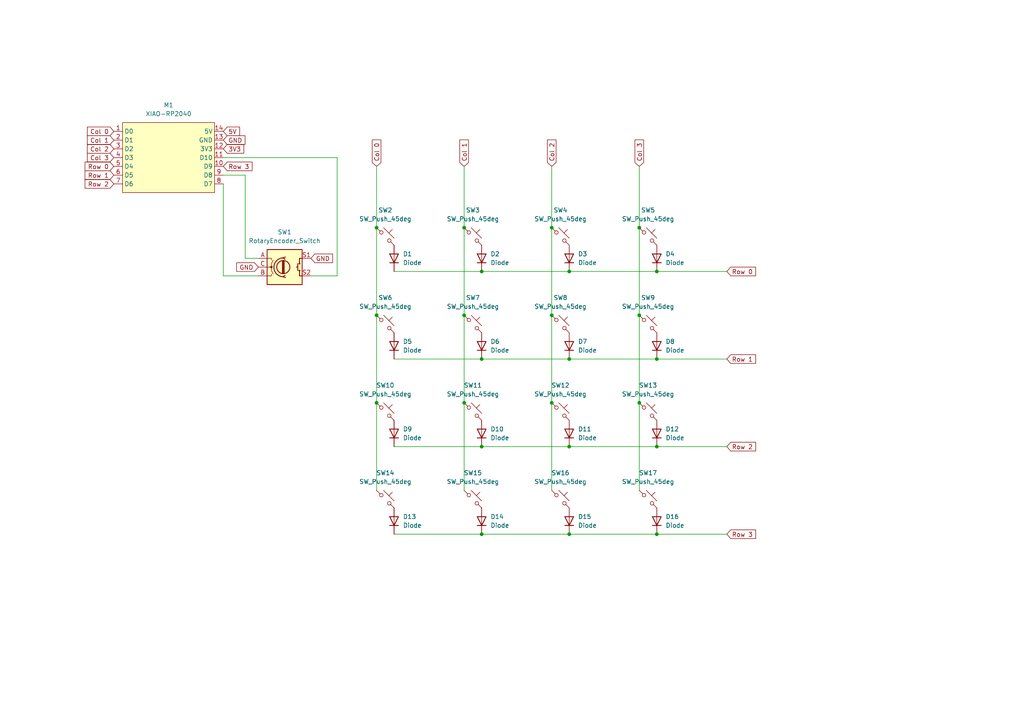
<source format=kicad_sch>
(kicad_sch (version 20231120) (generator "eeschema") (generator_version "8.0")
  (paper "A4")
  (lib_symbols
    (symbol "Device:RotaryEncoder_Switch" (pin_names (offset 0.254) hide)
      (property "Reference" "SW" (at 0 6.604 0))
      (property "Value" "RotaryEncoder_Switch" (at 0 -6.604 0))
      (symbol "RotaryEncoder_Switch_0_1"
        (rectangle (start -5.08 5.08) (end 5.08 -5.08) (stroke (width 0.254)) (fill (type background)))
        (circle (center -3.81 0) (radius 0.254) (fill (type outline)))
        (circle (center -0.381 0) (radius 1.905) (stroke (width 0.254)))
        (arc (start -0.381 2.667) (mid -3.0988 -0.0635) (end -0.381 -2.794) (stroke (width 0.254)))
        (polyline (pts (xy -0.635 -1.778) (xy -0.635 1.778)) (stroke (width 0.254)))
        (polyline (pts (xy -0.381 -1.778) (xy -0.381 1.778)) (stroke (width 0.254)))
        (polyline (pts (xy -0.127 1.778) (xy -0.127 -1.778)) (stroke (width 0.254)))
        (polyline (pts (xy 3.81 0) (xy 3.429 0)) (stroke (width 0.254)))
        (polyline (pts (xy 3.81 1.016) (xy 3.81 -1.016)) (stroke (width 0.254)))
        (polyline (pts (xy -5.08 -2.54) (xy -3.81 -2.54) (xy -3.81 -2.032)))
        (polyline (pts (xy -5.08 2.54) (xy -3.81 2.54) (xy -3.81 2.032)))
        (polyline (pts (xy 0.254 -3.048) (xy -0.508 -2.794) (xy 0.127 -2.413)) (stroke (width 0.254)))
        (polyline (pts (xy 0.254 2.921) (xy -0.508 2.667) (xy 0.127 2.286)) (stroke (width 0.254)))
        (polyline (pts (xy 5.08 -2.54) (xy 4.318 -2.54) (xy 4.318 -1.016)) (stroke (width 0.254)))
        (polyline (pts (xy 5.08 2.54) (xy 4.318 2.54) (xy 4.318 1.016)) (stroke (width 0.254)))
        (polyline (pts (xy -5.08 0) (xy -3.81 0) (xy -3.81 -1.016) (xy -3.302 -2.032)))
        (polyline (pts (xy -4.318 0) (xy -3.81 0) (xy -3.81 1.016) (xy -3.302 2.032)))
        (circle (center 4.318 -1.016) (radius 0.127) (stroke (width 0.254)))
        (circle (center 4.318 1.016) (radius 0.127) (stroke (width 0.254)))
      )
      (symbol "RotaryEncoder_Switch_1_1"
        (pin passive line (at -7.62 2.54 0) (length 2.54) (name "A") (number "A"))
        (pin passive line (at -7.62 -2.54 0) (length 2.54) (name "B") (number "B"))
        (pin passive line (at -7.62 0 0) (length 2.54) (name "C") (number "C"))
        (pin passive line (at 7.62 2.54 180) (length 2.54) (name "S1") (number "S1"))
        (pin passive line (at 7.62 -2.54 180) (length 2.54) (name "S2") (number "S2"))
      )
    )
    (symbol "ScottoKeebs:Placeholder_Diode" (pin_numbers hide) (pin_names hide)
      (property "Reference" "D" (at 0 2.54 0))
      (property "Value" "Diode" (at 0 -2.54 0))
      (symbol "Placeholder_Diode_0_1"
        (polyline (pts (xy -1.27 1.27) (xy -1.27 -1.27)) (stroke (width 0.254)))
        (polyline (pts (xy 1.27 0) (xy -1.27 0)))
        (polyline (pts (xy 1.27 1.27) (xy 1.27 -1.27) (xy -1.27 0) (xy 1.27 1.27)) (stroke (width 0.254)))
      )
      (symbol "Placeholder_Diode_1_1"
        (pin passive line (at -3.81 0 0) (length 2.54) (name "K") (number "1"))
        (pin passive line (at 3.81 0 180) (length 2.54) (name "A") (number "2"))
      )
    )
    (symbol "Switch:SW_Push_45deg" (pin_numbers hide) (pin_names (offset 1.016) hide)
      (property "Reference" "SW" (at 3.048 1.016 0))
      (property "Value" "SW_Push_45deg" (at 0 -3.81 0))
      (symbol "SW_Push_45deg_0_1"
        (circle (center -1.1684 1.1684) (radius 0.508))
        (polyline (pts (xy -0.508 2.54) (xy 2.54 -0.508)))
        (polyline (pts (xy 1.016 1.016) (xy 2.032 2.032)))
        (polyline (pts (xy -2.54 2.54) (xy -1.524 1.524) (xy -1.524 1.524)))
        (polyline (pts (xy 1.524 -1.524) (xy 2.54 -2.54) (xy 2.54 -2.54) (xy 2.54 -2.54)))
        (circle (center 1.143 -1.1938) (radius 0.508))
        (pin passive line (at -2.54 2.54 0) (length 0) (name "1") (number "1"))
        (pin passive line (at 2.54 -2.54 180) (length 0) (name "2") (number "2"))
      )
    )
    (symbol "xiao-rp2040:XIAO-RP2040"
      (property "Reference" "M" (at 0 0 0))
      (property "Value" "XIAO-RP2040" (at 0 2.54 0))
      (symbol "XIAO-RP2040_0_1"
        (rectangle (start -12.7 10.16) (end 13.97 -10.16) (fill (type background)))
      )
      (symbol "XIAO-RP2040_1_1"
        (pin bidirectional line (at -15.24 7.62 0) (length 2.54) (name "D0") (number "1"))
        (pin bidirectional line (at 16.51 -2.54 180) (length 2.54) (name "D9") (number "10"))
        (pin bidirectional line (at 16.51 0 180) (length 2.54) (name "D10") (number "11"))
        (pin power_in line (at 16.51 2.54 180) (length 2.54) (name "3V3") (number "12"))
        (pin power_in line (at 16.51 5.08 180) (length 2.54) (name "GND") (number "13"))
        (pin power_in line (at 16.51 7.62 180) (length 2.54) (name "5V") (number "14"))
        (pin bidirectional line (at -15.24 5.08 0) (length 2.54) (name "D1") (number "2"))
        (pin bidirectional line (at -15.24 2.54 0) (length 2.54) (name "D2") (number "3"))
        (pin bidirectional line (at -15.24 0 0) (length 2.54) (name "D3") (number "4"))
        (pin bidirectional line (at -15.24 -2.54 0) (length 2.54) (name "D4") (number "5"))
        (pin bidirectional line (at -15.24 -5.08 0) (length 2.54) (name "D5") (number "6"))
        (pin bidirectional line (at -15.24 -7.62 0) (length 2.54) (name "D6") (number "7"))
        (pin bidirectional line (at 16.51 -7.62 180) (length 2.54) (name "D7") (number "8"))
        (pin bidirectional line (at 16.51 -5.08 180) (length 2.54) (name "D8") (number "9"))
      )
    )
  )
  (junction (at 165.1 154.94))
  (junction (at 185.42 66.04))
  (junction (at 134.62 66.04))
  (junction (at 109.22 66.04))
  (junction (at 185.42 116.84))
  (junction (at 134.62 91.44))
  (junction (at 109.22 91.44))
  (junction (at 139.7 104.14))
  (junction (at 139.7 154.94))
  (junction (at 160.02 91.44))
  (junction (at 190.5 104.14))
  (junction (at 165.1 78.74))
  (junction (at 190.5 154.94))
  (junction (at 165.1 104.14))
  (junction (at 139.7 78.74))
  (junction (at 190.5 78.74))
  (junction (at 134.62 116.84))
  (junction (at 185.42 91.44))
  (junction (at 190.5 129.54))
  (junction (at 165.1 129.54))
  (junction (at 139.7 129.54))
  (junction (at 160.02 116.84))
  (junction (at 160.02 66.04))
  (junction (at 109.22 116.84))
  (wire (pts (xy 165.1 104.14) (xy 190.5 104.14)))
  (wire (pts (xy 185.42 48.26) (xy 185.42 66.04)))
  (wire (pts (xy 139.7 104.14) (xy 165.1 104.14)))
  (wire (pts (xy 165.1 129.54) (xy 190.5 129.54)))
  (wire (pts (xy 134.62 91.44) (xy 134.62 116.84)))
  (wire (pts (xy 210.82 129.54) (xy 190.5 129.54)))
  (wire (pts (xy 139.7 129.54) (xy 165.1 129.54)))
  (wire (pts (xy 165.1 78.74) (xy 190.5 78.74)))
  (wire (pts (xy 109.22 66.04) (xy 109.22 91.44)))
  (wire (pts (xy 160.02 91.44) (xy 160.02 116.84)))
  (wire (pts (xy 165.1 154.94) (xy 190.5 154.94)))
  (wire (pts (xy 134.62 116.84) (xy 134.62 142.24)))
  (wire (pts (xy 160.02 48.26) (xy 160.02 66.04)))
  (wire (pts (xy 185.42 91.44) (xy 185.42 116.84)))
  (wire (pts (xy 114.3 104.14) (xy 139.7 104.14)))
  (wire (pts (xy 160.02 116.84) (xy 160.02 142.24)))
  (wire (pts (xy 114.3 129.54) (xy 139.7 129.54)))
  (wire (pts (xy 210.82 78.74) (xy 190.5 78.74)))
  (wire (pts (xy 64.77 80.01) (xy 74.93 80.01)))
  (wire (pts (xy 139.7 78.74) (xy 165.1 78.74)))
  (wire (pts (xy 64.77 53.34) (xy 64.77 80.01)))
  (wire (pts (xy 64.77 50.8) (xy 71.12 50.8)))
  (wire (pts (xy 210.82 154.94) (xy 190.5 154.94)))
  (wire (pts (xy 134.62 48.26) (xy 134.62 66.04)))
  (wire (pts (xy 109.22 48.26) (xy 109.22 66.04)))
  (wire (pts (xy 134.62 66.04) (xy 134.62 91.44)))
  (wire (pts (xy 139.7 154.94) (xy 165.1 154.94)))
  (wire (pts (xy 71.12 74.93) (xy 74.93 74.93)))
  (wire (pts (xy 114.3 154.94) (xy 139.7 154.94)))
  (wire (pts (xy 109.22 91.44) (xy 109.22 116.84)))
  (wire (pts (xy 109.22 116.84) (xy 109.22 142.24)))
  (wire (pts (xy 64.77 45.72) (xy 97.79 45.72)))
  (wire (pts (xy 71.12 50.8) (xy 71.12 74.93)))
  (wire (pts (xy 97.79 45.72) (xy 97.79 80.01)))
  (wire (pts (xy 160.02 66.04) (xy 160.02 91.44)))
  (wire (pts (xy 185.42 66.04) (xy 185.42 91.44)))
  (wire (pts (xy 210.82 104.14) (xy 190.5 104.14)))
  (wire (pts (xy 114.3 78.74) (xy 139.7 78.74)))
  (wire (pts (xy 97.79 80.01) (xy 90.17 80.01)))
  (wire (pts (xy 185.42 116.84) (xy 185.42 142.24)))
  (global_label "3V3" (shape input) (at 64.77 43.18 0) (property "Intersheetrefs" "${INTERSHEET_REFS}" (effects (hide yes))))
  (global_label "Row 0" (shape input) (at 210.82 78.74 0) (property "Intersheetrefs" "${INTERSHEET_REFS}" (effects (hide yes))))
  (global_label "5V" (shape input) (at 64.77 38.1 0) (property "Intersheetrefs" "${INTERSHEET_REFS}" (effects (hide yes))))
  (global_label "Row 1" (shape input) (at 210.82 104.14 0) (property "Intersheetrefs" "${INTERSHEET_REFS}" (effects (hide yes))))
  (global_label "Row 2" (shape input) (at 210.82 129.54 0) (property "Intersheetrefs" "${INTERSHEET_REFS}" (effects (hide yes))))
  (global_label "Row 3" (shape input) (at 64.77 48.26 0) (property "Intersheetrefs" "${INTERSHEET_REFS}" (effects (hide yes))))
  (global_label "GND" (shape input) (at 74.93 77.47 180) (property "Intersheetrefs" "${INTERSHEET_REFS}" (effects (hide yes))))
  (global_label "Col 0" (shape input) (at 109.22 48.26 90) (property "Intersheetrefs" "${INTERSHEET_REFS}" (effects (hide yes))))
  (global_label "Col 1" (shape input) (at 134.62 48.26 90) (property "Intersheetrefs" "${INTERSHEET_REFS}" (effects (hide yes))))
  (global_label "GND" (shape input) (at 64.77 40.64 0) (property "Intersheetrefs" "${INTERSHEET_REFS}" (effects (hide yes))))
  (global_label "Col 1" (shape input) (at 33.02 40.64 180) (property "Intersheetrefs" "${INTERSHEET_REFS}" (effects (hide yes))))
  (global_label "GND" (shape input) (at 90.17 74.93 0) (property "Intersheetrefs" "${INTERSHEET_REFS}" (effects (hide yes))))
  (global_label "Col 2" (shape input) (at 160.02 48.26 90) (property "Intersheetrefs" "${INTERSHEET_REFS}" (effects (hide yes))))
  (global_label "Row 3" (shape input) (at 210.82 154.94 0) (property "Intersheetrefs" "${INTERSHEET_REFS}" (effects (hide yes))))
  (global_label "Col 3" (shape input) (at 185.42 48.26 90) (property "Intersheetrefs" "${INTERSHEET_REFS}" (effects (hide yes))))
  (global_label "Row 2" (shape input) (at 33.02 53.34 180) (property "Intersheetrefs" "${INTERSHEET_REFS}" (effects (hide yes))))
  (global_label "Col 3" (shape input) (at 33.02 45.72 180) (property "Intersheetrefs" "${INTERSHEET_REFS}" (effects (hide yes))))
  (global_label "Col 2" (shape input) (at 33.02 43.18 180) (property "Intersheetrefs" "${INTERSHEET_REFS}" (effects (hide yes))))
  (global_label "Row 0" (shape input) (at 33.02 48.26 180) (property "Intersheetrefs" "${INTERSHEET_REFS}" (effects (hide yes))))
  (global_label "Col 0" (shape input) (at 33.02 38.1 180) (property "Intersheetrefs" "${INTERSHEET_REFS}" (effects (hide yes))))
  (global_label "Row 1" (shape input) (at 33.02 50.8 180) (property "Intersheetrefs" "${INTERSHEET_REFS}" (effects (hide yes))))
  (symbol (lib_id "Switch:SW_Push_45deg") (at 187.96 119.38 0) (unit 1)
    (property "Reference" "SW13" (at 187.96 111.76 0))
    (property "Value" "SW_Push_45deg" (at 187.96 114.3 0))
    (property "Footprint" "ScottoKeebs_MX:MX_PCB_1.00u" (effects (hide yes)))
    (property "Description" "Push button switch, normally open, two pins, 45° tilted" (effects (hide yes)))
  )
  (symbol (lib_id "xiao-rp2040:XIAO-RP2040") (at 48.26 45.72 0) (unit 1)
    (property "Reference" "M1" (at 48.895 30.48 0))
    (property "Value" "XIAO-RP2040" (at 48.895 33.02 0))
    (property "Footprint" "ScottoKeebs_MCU:Seeed_XIAO_RP2040" (effects (hide yes)))
  )
  (symbol (lib_id "ScottoKeebs:Placeholder_Diode") (at 190.5 100.33 90) (unit 1)
    (property "Reference" "D8" (at 193.04 99.0599 90) (effects (justify right)))
    (property "Value" "Diode" (at 193.04 101.5999 90) (effects (justify right)))
    (property "Footprint" "Diode_THT:D_DO-35_SOD27_P7.62mm_Horizontal" (effects (hide yes)))
    (property "Description" "1N4148 (DO-35) or 1N4148W (SOD-123)" (effects (hide yes)))
    (property "Sim.Device" "D" (effects (hide yes)))
    (property "Sim.Pins" "1=K 2=A" (effects (hide yes)))
  )
  (symbol (lib_id "ScottoKeebs:Placeholder_Diode") (at 165.1 151.13 90) (unit 1)
    (property "Reference" "D15" (at 167.64 149.8599 90) (effects (justify right)))
    (property "Value" "Diode" (at 167.64 152.3999 90) (effects (justify right)))
    (property "Footprint" "Diode_THT:D_DO-35_SOD27_P7.62mm_Horizontal" (effects (hide yes)))
    (property "Description" "1N4148 (DO-35) or 1N4148W (SOD-123)" (effects (hide yes)))
    (property "Sim.Device" "D" (effects (hide yes)))
    (property "Sim.Pins" "1=K 2=A" (effects (hide yes)))
  )
  (symbol (lib_id "Switch:SW_Push_45deg") (at 187.96 68.58 0) (unit 1)
    (property "Reference" "SW5" (at 187.96 60.96 0))
    (property "Value" "SW_Push_45deg" (at 187.96 63.5 0))
    (property "Footprint" "ScottoKeebs_MX:MX_PCB_1.00u" (effects (hide yes)))
    (property "Description" "Push button switch, normally open, two pins, 45° tilted" (effects (hide yes)))
  )
  (symbol (lib_id "Switch:SW_Push_45deg") (at 111.76 144.78 0) (unit 1)
    (property "Reference" "SW14" (at 111.76 137.16 0))
    (property "Value" "SW_Push_45deg" (at 111.76 139.7 0))
    (property "Footprint" "ScottoKeebs_MX:MX_PCB_1.00u" (effects (hide yes)))
    (property "Description" "Push button switch, normally open, two pins, 45° tilted" (effects (hide yes)))
  )
  (symbol (lib_id "Switch:SW_Push_45deg") (at 137.16 144.78 0) (unit 1)
    (property "Reference" "SW15" (at 137.16 137.16 0))
    (property "Value" "SW_Push_45deg" (at 137.16 139.7 0))
    (property "Footprint" "ScottoKeebs_MX:MX_PCB_1.00u" (effects (hide yes)))
    (property "Description" "Push button switch, normally open, two pins, 45° tilted" (effects (hide yes)))
  )
  (symbol (lib_id "ScottoKeebs:Placeholder_Diode") (at 190.5 125.73 90) (unit 1)
    (property "Reference" "D12" (at 193.04 124.4599 90) (effects (justify right)))
    (property "Value" "Diode" (at 193.04 126.9999 90) (effects (justify right)))
    (property "Footprint" "Diode_THT:D_DO-35_SOD27_P7.62mm_Horizontal" (effects (hide yes)))
    (property "Description" "1N4148 (DO-35) or 1N4148W (SOD-123)" (effects (hide yes)))
    (property "Sim.Device" "D" (effects (hide yes)))
    (property "Sim.Pins" "1=K 2=A" (effects (hide yes)))
  )
  (symbol (lib_id "Switch:SW_Push_45deg") (at 111.76 68.58 0) (unit 1)
    (property "Reference" "SW2" (at 111.76 60.96 0))
    (property "Value" "SW_Push_45deg" (at 111.76 63.5 0))
    (property "Footprint" "ScottoKeebs_MX:MX_PCB_1.00u" (effects (hide yes)))
    (property "Description" "Push button switch, normally open, two pins, 45° tilted" (effects (hide yes)))
  )
  (symbol (lib_id "Switch:SW_Push_45deg") (at 162.56 144.78 0) (unit 1)
    (property "Reference" "SW16" (at 162.56 137.16 0))
    (property "Value" "SW_Push_45deg" (at 162.56 139.7 0))
    (property "Footprint" "ScottoKeebs_MX:MX_PCB_1.00u" (effects (hide yes)))
    (property "Description" "Push button switch, normally open, two pins, 45° tilted" (effects (hide yes)))
  )
  (symbol (lib_id "ScottoKeebs:Placeholder_Diode") (at 165.1 125.73 90) (unit 1)
    (property "Reference" "D11" (at 167.64 124.4599 90) (effects (justify right)))
    (property "Value" "Diode" (at 167.64 126.9999 90) (effects (justify right)))
    (property "Footprint" "Diode_THT:D_DO-35_SOD27_P7.62mm_Horizontal" (effects (hide yes)))
    (property "Description" "1N4148 (DO-35) or 1N4148W (SOD-123)" (effects (hide yes)))
    (property "Sim.Device" "D" (effects (hide yes)))
    (property "Sim.Pins" "1=K 2=A" (effects (hide yes)))
  )
  (symbol (lib_id "ScottoKeebs:Placeholder_Diode") (at 165.1 100.33 90) (unit 1)
    (property "Reference" "D7" (at 167.64 99.0599 90) (effects (justify right)))
    (property "Value" "Diode" (at 167.64 101.5999 90) (effects (justify right)))
    (property "Footprint" "Diode_THT:D_DO-35_SOD27_P7.62mm_Horizontal" (effects (hide yes)))
    (property "Description" "1N4148 (DO-35) or 1N4148W (SOD-123)" (effects (hide yes)))
    (property "Sim.Device" "D" (effects (hide yes)))
    (property "Sim.Pins" "1=K 2=A" (effects (hide yes)))
  )
  (symbol (lib_id "ScottoKeebs:Placeholder_Diode") (at 165.1 74.93 90) (unit 1)
    (property "Reference" "D3" (at 167.64 73.6599 90) (effects (justify right)))
    (property "Value" "Diode" (at 167.64 76.1999 90) (effects (justify right)))
    (property "Footprint" "Diode_THT:D_DO-35_SOD27_P7.62mm_Horizontal" (effects (hide yes)))
    (property "Description" "1N4148 (DO-35) or 1N4148W (SOD-123)" (effects (hide yes)))
    (property "Sim.Device" "D" (effects (hide yes)))
    (property "Sim.Pins" "1=K 2=A" (effects (hide yes)))
  )
  (symbol (lib_id "ScottoKeebs:Placeholder_Diode") (at 139.7 100.33 90) (unit 1)
    (property "Reference" "D6" (at 142.24 99.0599 90) (effects (justify right)))
    (property "Value" "Diode" (at 142.24 101.5999 90) (effects (justify right)))
    (property "Footprint" "Diode_THT:D_DO-35_SOD27_P7.62mm_Horizontal" (effects (hide yes)))
    (property "Description" "1N4148 (DO-35) or 1N4148W (SOD-123)" (effects (hide yes)))
    (property "Sim.Device" "D" (effects (hide yes)))
    (property "Sim.Pins" "1=K 2=A" (effects (hide yes)))
  )
  (symbol (lib_id "ScottoKeebs:Placeholder_Diode") (at 190.5 74.93 90) (unit 1)
    (property "Reference" "D4" (at 193.04 73.6599 90) (effects (justify right)))
    (property "Value" "Diode" (at 193.04 76.1999 90) (effects (justify right)))
    (property "Footprint" "Diode_THT:D_DO-35_SOD27_P7.62mm_Horizontal" (effects (hide yes)))
    (property "Description" "1N4148 (DO-35) or 1N4148W (SOD-123)" (effects (hide yes)))
    (property "Sim.Device" "D" (effects (hide yes)))
    (property "Sim.Pins" "1=K 2=A" (effects (hide yes)))
  )
  (symbol (lib_id "ScottoKeebs:Placeholder_Diode") (at 190.5 151.13 90) (unit 1)
    (property "Reference" "D16" (at 193.04 149.8599 90) (effects (justify right)))
    (property "Value" "Diode" (at 193.04 152.3999 90) (effects (justify right)))
    (property "Footprint" "Diode_THT:D_DO-35_SOD27_P7.62mm_Horizontal" (effects (hide yes)))
    (property "Description" "1N4148 (DO-35) or 1N4148W (SOD-123)" (effects (hide yes)))
    (property "Sim.Device" "D" (effects (hide yes)))
    (property "Sim.Pins" "1=K 2=A" (effects (hide yes)))
  )
  (symbol (lib_id "Device:RotaryEncoder_Switch") (at 82.55 77.47 0) (unit 1)
    (property "Reference" "SW1" (at 82.55 67.31 0))
    (property "Value" "RotaryEncoder_Switch" (at 82.55 69.85 0))
    (property "Footprint" "Rotary_Encoder:RotaryEncoder_Alps_EC11E-Switch_Vertical_H20mm" (effects (hide yes)))
    (property "Description" "Rotary encoder, dual channel, incremental quadrate outputs, with switch" (effects (hide yes)))
  )
  (symbol (lib_id "Switch:SW_Push_45deg") (at 162.56 68.58 0) (unit 1)
    (property "Reference" "SW4" (at 162.56 60.96 0))
    (property "Value" "SW_Push_45deg" (at 162.56 63.5 0))
    (property "Footprint" "ScottoKeebs_MX:MX_PCB_1.00u" (effects (hide yes)))
    (property "Description" "Push button switch, normally open, two pins, 45° tilted" (effects (hide yes)))
  )
  (symbol (lib_id "Switch:SW_Push_45deg") (at 187.96 144.78 0) (unit 1)
    (property "Reference" "SW17" (at 187.96 137.16 0))
    (property "Value" "SW_Push_45deg" (at 187.96 139.7 0))
    (property "Footprint" "ScottoKeebs_MX:MX_PCB_1.00u" (effects (hide yes)))
    (property "Description" "Push button switch, normally open, two pins, 45° tilted" (effects (hide yes)))
  )
  (symbol (lib_id "ScottoKeebs:Placeholder_Diode") (at 114.3 74.93 90) (unit 1)
    (property "Reference" "D1" (at 116.84 73.6599 90) (effects (justify right)))
    (property "Value" "Diode" (at 116.84 76.1999 90) (effects (justify right)))
    (property "Footprint" "Diode_THT:D_DO-35_SOD27_P7.62mm_Horizontal" (effects (hide yes)))
    (property "Description" "1N4148 (DO-35) or 1N4148W (SOD-123)" (effects (hide yes)))
    (property "Sim.Device" "D" (effects (hide yes)))
    (property "Sim.Pins" "1=K 2=A" (effects (hide yes)))
  )
  (symbol (lib_id "ScottoKeebs:Placeholder_Diode") (at 139.7 74.93 90) (unit 1)
    (property "Reference" "D2" (at 142.24 73.6599 90) (effects (justify right)))
    (property "Value" "Diode" (at 142.24 76.1999 90) (effects (justify right)))
    (property "Footprint" "Diode_THT:D_DO-35_SOD27_P7.62mm_Horizontal" (effects (hide yes)))
    (property "Description" "1N4148 (DO-35) or 1N4148W (SOD-123)" (effects (hide yes)))
    (property "Sim.Device" "D" (effects (hide yes)))
    (property "Sim.Pins" "1=K 2=A" (effects (hide yes)))
  )
  (symbol (lib_id "ScottoKeebs:Placeholder_Diode") (at 114.3 151.13 90) (unit 1)
    (property "Reference" "D13" (at 116.84 149.8599 90) (effects (justify right)))
    (property "Value" "Diode" (at 116.84 152.3999 90) (effects (justify right)))
    (property "Footprint" "Diode_THT:D_DO-35_SOD27_P7.62mm_Horizontal" (effects (hide yes)))
    (property "Description" "1N4148 (DO-35) or 1N4148W (SOD-123)" (effects (hide yes)))
    (property "Sim.Device" "D" (effects (hide yes)))
    (property "Sim.Pins" "1=K 2=A" (effects (hide yes)))
  )
  (symbol (lib_id "Switch:SW_Push_45deg") (at 137.16 119.38 0) (unit 1)
    (property "Reference" "SW11" (at 137.16 111.76 0))
    (property "Value" "SW_Push_45deg" (at 137.16 114.3 0))
    (property "Footprint" "ScottoKeebs_MX:MX_PCB_1.00u" (effects (hide yes)))
    (property "Description" "Push button switch, normally open, two pins, 45° tilted" (effects (hide yes)))
  )
  (symbol (lib_id "ScottoKeebs:Placeholder_Diode") (at 114.3 125.73 90) (unit 1)
    (property "Reference" "D9" (at 116.84 124.4599 90) (effects (justify right)))
    (property "Value" "Diode" (at 116.84 126.9999 90) (effects (justify right)))
    (property "Footprint" "Diode_THT:D_DO-35_SOD27_P7.62mm_Horizontal" (effects (hide yes)))
    (property "Description" "1N4148 (DO-35) or 1N4148W (SOD-123)" (effects (hide yes)))
    (property "Sim.Device" "D" (effects (hide yes)))
    (property "Sim.Pins" "1=K 2=A" (effects (hide yes)))
  )
  (symbol (lib_id "ScottoKeebs:Placeholder_Diode") (at 114.3 100.33 90) (unit 1)
    (property "Reference" "D5" (at 116.84 99.0599 90) (effects (justify right)))
    (property "Value" "Diode" (at 116.84 101.5999 90) (effects (justify right)))
    (property "Footprint" "Diode_THT:D_DO-35_SOD27_P7.62mm_Horizontal" (effects (hide yes)))
    (property "Description" "1N4148 (DO-35) or 1N4148W (SOD-123)" (effects (hide yes)))
    (property "Sim.Device" "D" (effects (hide yes)))
    (property "Sim.Pins" "1=K 2=A" (effects (hide yes)))
  )
  (symbol (lib_id "Switch:SW_Push_45deg") (at 162.56 93.98 0) (unit 1)
    (property "Reference" "SW8" (at 162.56 86.36 0))
    (property "Value" "SW_Push_45deg" (at 162.56 88.9 0))
    (property "Footprint" "ScottoKeebs_MX:MX_PCB_1.00u" (effects (hide yes)))
    (property "Description" "Push button switch, normally open, two pins, 45° tilted" (effects (hide yes)))
  )
  (symbol (lib_id "Switch:SW_Push_45deg") (at 137.16 68.58 0) (unit 1)
    (property "Reference" "SW3" (at 137.16 60.96 0))
    (property "Value" "SW_Push_45deg" (at 137.16 63.5 0))
    (property "Footprint" "ScottoKeebs_MX:MX_PCB_1.00u" (effects (hide yes)))
    (property "Description" "Push button switch, normally open, two pins, 45° tilted" (effects (hide yes)))
  )
  (symbol (lib_id "Switch:SW_Push_45deg") (at 137.16 93.98 0) (unit 1)
    (property "Reference" "SW7" (at 137.16 86.36 0))
    (property "Value" "SW_Push_45deg" (at 137.16 88.9 0))
    (property "Footprint" "ScottoKeebs_MX:MX_PCB_1.00u" (effects (hide yes)))
    (property "Description" "Push button switch, normally open, two pins, 45° tilted" (effects (hide yes)))
  )
  (symbol (lib_id "Switch:SW_Push_45deg") (at 187.96 93.98 0) (unit 1)
    (property "Reference" "SW9" (at 187.96 86.36 0))
    (property "Value" "SW_Push_45deg" (at 187.96 88.9 0))
    (property "Footprint" "ScottoKeebs_MX:MX_PCB_1.00u" (effects (hide yes)))
    (property "Description" "Push button switch, normally open, two pins, 45° tilted" (effects (hide yes)))
  )
  (symbol (lib_id "Switch:SW_Push_45deg") (at 111.76 119.38 0) (unit 1)
    (property "Reference" "SW10" (at 111.76 111.76 0))
    (property "Value" "SW_Push_45deg" (at 111.76 114.3 0))
    (property "Footprint" "ScottoKeebs_MX:MX_PCB_1.00u" (effects (hide yes)))
    (property "Description" "Push button switch, normally open, two pins, 45° tilted" (effects (hide yes)))
  )
  (symbol (lib_id "ScottoKeebs:Placeholder_Diode") (at 139.7 125.73 90) (unit 1)
    (property "Reference" "D10" (at 142.24 124.4599 90) (effects (justify right)))
    (property "Value" "Diode" (at 142.24 126.9999 90) (effects (justify right)))
    (property "Footprint" "Diode_THT:D_DO-35_SOD27_P7.62mm_Horizontal" (effects (hide yes)))
    (property "Description" "1N4148 (DO-35) or 1N4148W (SOD-123)" (effects (hide yes)))
    (property "Sim.Device" "D" (effects (hide yes)))
    (property "Sim.Pins" "1=K 2=A" (effects (hide yes)))
  )
  (symbol (lib_id "ScottoKeebs:Placeholder_Diode") (at 139.7 151.13 90) (unit 1)
    (property "Reference" "D14" (at 142.24 149.8599 90) (effects (justify right)))
    (property "Value" "Diode" (at 142.24 152.3999 90) (effects (justify right)))
    (property "Footprint" "Diode_THT:D_DO-35_SOD27_P7.62mm_Horizontal" (effects (hide yes)))
    (property "Description" "1N4148 (DO-35) or 1N4148W (SOD-123)" (effects (hide yes)))
    (property "Sim.Device" "D" (effects (hide yes)))
    (property "Sim.Pins" "1=K 2=A" (effects (hide yes)))
  )
  (symbol (lib_id "Switch:SW_Push_45deg") (at 162.56 119.38 0) (unit 1)
    (property "Reference" "SW12" (at 162.56 111.76 0))
    (property "Value" "SW_Push_45deg" (at 162.56 114.3 0))
    (property "Footprint" "ScottoKeebs_MX:MX_PCB_1.00u" (effects (hide yes)))
    (property "Description" "Push button switch, normally open, two pins, 45° tilted" (effects (hide yes)))
  )
  (symbol (lib_id "Switch:SW_Push_45deg") (at 111.76 93.98 0) (unit 1)
    (property "Reference" "SW6" (at 111.76 86.36 0))
    (property "Value" "SW_Push_45deg" (at 111.76 88.9 0))
    (property "Footprint" "ScottoKeebs_MX:MX_PCB_1.00u" (effects (hide yes)))
    (property "Description" "Push button switch, normally open, two pins, 45° tilted" (effects (hide yes)))
  )
)
</source>
